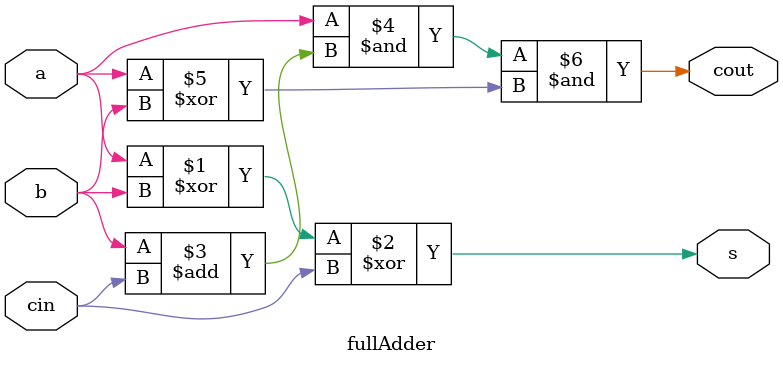
<source format=v>
module fullAdder(a,b,cin,s,cout);
input a;
input b;
input cin;
output s;
output cout;
assign s = a^b^cin;
assign cout = a&b + cin&(a^b);
endmodule

</source>
